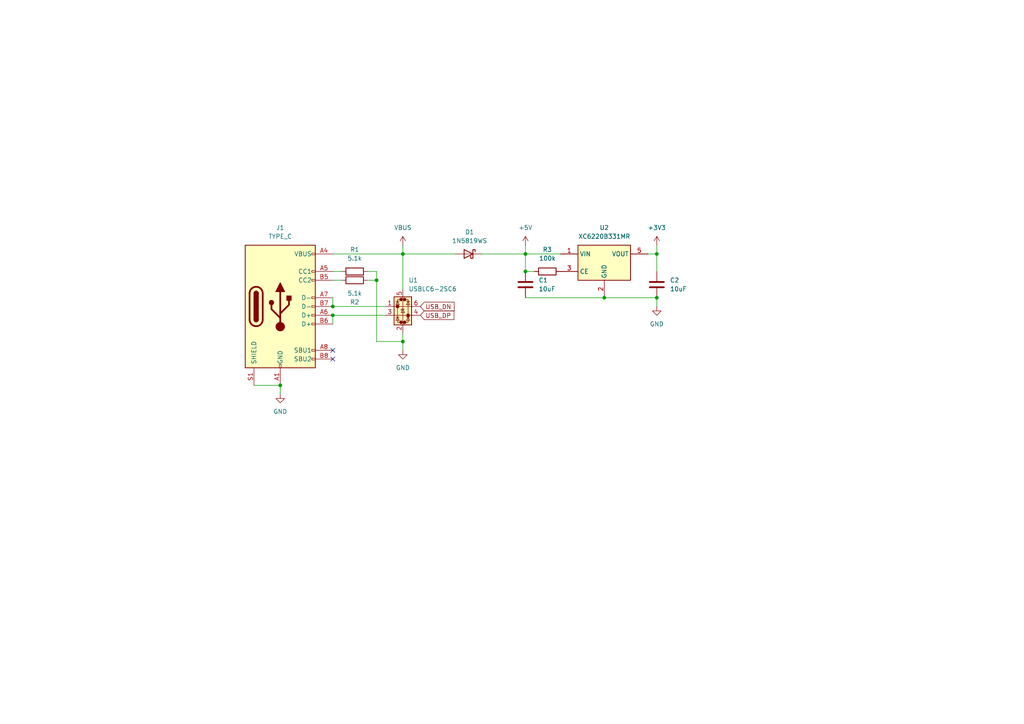
<source format=kicad_sch>
(kicad_sch (version 20231120) (generator "eeschema") (generator_version "8.0")
  (paper "A4")
  (lib_symbols
    (symbol "Connector:USB_C_Receptacle_USB2.0_16P" (pin_names (offset 1.016))
      (property "Reference" "J" (at 0 22.225 0))
      (property "Value" "USB_C_Receptacle_USB2.0_16P" (at 0 19.685 0))
      (symbol "USB_C_Receptacle_USB2.0_16P_0_0"
        (rectangle (start -0.254 -17.78) (end 0.254 -16.764))
        (rectangle (start 10.16 -14.986) (end 9.144 -15.494))
        (rectangle (start 10.16 -12.446) (end 9.144 -12.954))
        (rectangle (start 10.16 -4.826) (end 9.144 -5.334))
        (rectangle (start 10.16 -2.286) (end 9.144 -2.794))
        (rectangle (start 10.16 0.254) (end 9.144 -0.254))
        (rectangle (start 10.16 2.794) (end 9.144 2.286))
        (rectangle (start 10.16 7.874) (end 9.144 7.366))
        (rectangle (start 10.16 10.414) (end 9.144 9.906))
        (rectangle (start 10.16 15.494) (end 9.144 14.986))
      )
      (symbol "USB_C_Receptacle_USB2.0_16P_0_1"
        (rectangle (start -10.16 17.78) (end 10.16 -17.78) (stroke (width 0.254)) (fill (type background)))
        (arc (start -8.89 -3.81) (mid -6.985 -5.7067) (end -5.08 -3.81) (stroke (width 0.508)))
        (arc (start -7.62 -3.81) (mid -6.985 -4.4423) (end -6.35 -3.81) (stroke (width 0.254)))
        (arc (start -7.62 -3.81) (mid -6.985 -4.4423) (end -6.35 -3.81) (stroke (width 0.254)) (fill (type outline)))
        (rectangle (start -7.62 -3.81) (end -6.35 3.81) (stroke (width 0.254)) (fill (type outline)))
        (arc (start -6.35 3.81) (mid -6.985 4.4423) (end -7.62 3.81) (stroke (width 0.254)))
        (arc (start -6.35 3.81) (mid -6.985 4.4423) (end -7.62 3.81) (stroke (width 0.254)) (fill (type outline)))
        (arc (start -5.08 3.81) (mid -6.985 5.7067) (end -8.89 3.81) (stroke (width 0.508)))
        (circle (center -2.54 1.143) (radius 0.635) (stroke (width 0.254)) (fill (type outline)))
        (circle (center 0 -5.842) (radius 1.27) (fill (type outline)))
        (polyline (pts (xy -8.89 -3.81) (xy -8.89 3.81)) (stroke (width 0.508)))
        (polyline (pts (xy -5.08 3.81) (xy -5.08 -3.81)) (stroke (width 0.508)))
        (polyline (pts (xy 0 -5.842) (xy 0 4.318)) (stroke (width 0.508)))
        (polyline (pts (xy 0 -3.302) (xy -2.54 -0.762) (xy -2.54 0.508)) (stroke (width 0.508)))
        (polyline (pts (xy 0 -2.032) (xy 2.54 0.508) (xy 2.54 1.778)) (stroke (width 0.508)))
        (polyline (pts (xy -1.27 4.318) (xy 0 6.858) (xy 1.27 4.318) (xy -1.27 4.318)) (stroke (width 0.254)) (fill (type outline)))
        (rectangle (start 1.905 1.778) (end 3.175 3.048) (stroke (width 0.254)) (fill (type outline)))
      )
      (symbol "USB_C_Receptacle_USB2.0_16P_1_1"
        (pin passive line (at 0 -22.86 90) (length 5.08) (name "GND") (number "A1"))
        (pin passive line (at 0 -22.86 90) (length 5.08) hide (name "GND") (number "A12"))
        (pin passive line (at 15.24 15.24 180) (length 5.08) (name "VBUS") (number "A4"))
        (pin bidirectional line (at 15.24 10.16 180) (length 5.08) (name "CC1") (number "A5"))
        (pin bidirectional line (at 15.24 -2.54 180) (length 5.08) (name "D+") (number "A6"))
        (pin bidirectional line (at 15.24 2.54 180) (length 5.08) (name "D-") (number "A7"))
        (pin bidirectional line (at 15.24 -12.7 180) (length 5.08) (name "SBU1") (number "A8"))
        (pin passive line (at 15.24 15.24 180) (length 5.08) hide (name "VBUS") (number "A9"))
        (pin passive line (at 0 -22.86 90) (length 5.08) hide (name "GND") (number "B1"))
        (pin passive line (at 0 -22.86 90) (length 5.08) hide (name "GND") (number "B12"))
        (pin passive line (at 15.24 15.24 180) (length 5.08) hide (name "VBUS") (number "B4"))
        (pin bidirectional line (at 15.24 7.62 180) (length 5.08) (name "CC2") (number "B5"))
        (pin bidirectional line (at 15.24 -5.08 180) (length 5.08) (name "D+") (number "B6"))
        (pin bidirectional line (at 15.24 0 180) (length 5.08) (name "D-") (number "B7"))
        (pin bidirectional line (at 15.24 -15.24 180) (length 5.08) (name "SBU2") (number "B8"))
        (pin passive line (at 15.24 15.24 180) (length 5.08) hide (name "VBUS") (number "B9"))
        (pin passive line (at -7.62 -22.86 90) (length 5.08) (name "SHIELD") (number "S1"))
      )
    )
    (symbol "Device:C" (pin_numbers hide) (pin_names (offset 0.254))
      (property "Reference" "C" (at 0.635 2.54 0))
      (property "Value" "C" (at 0.635 -2.54 0))
      (symbol "C_0_1"
        (polyline (pts (xy -2.032 -0.762) (xy 2.032 -0.762)) (stroke (width 0.508)))
        (polyline (pts (xy -2.032 0.762) (xy 2.032 0.762)) (stroke (width 0.508)))
      )
      (symbol "C_1_1"
        (pin passive line (at 0 3.81 270) (length 2.794) (name "~") (number "1"))
        (pin passive line (at 0 -3.81 90) (length 2.794) (name "~") (number "2"))
      )
    )
    (symbol "Device:R" (pin_numbers hide) (pin_names (offset 0))
      (property "Reference" "R" (at 2.032 0 90))
      (property "Value" "R" (at 0 0 90))
      (symbol "R_0_1"
        (rectangle (start -1.016 -2.54) (end 1.016 2.54) (stroke (width 0.254)))
      )
      (symbol "R_1_1"
        (pin passive line (at 0 3.81 270) (length 1.27) (name "~") (number "1"))
        (pin passive line (at 0 -3.81 90) (length 1.27) (name "~") (number "2"))
      )
    )
    (symbol "Diode:1N5819WS" (pin_numbers hide) (pin_names (offset 1.016) hide)
      (property "Reference" "D" (at 0 2.54 0))
      (property "Value" "1N5819WS" (at 0 -2.54 0))
      (symbol "1N5819WS_0_1"
        (polyline (pts (xy 1.27 0) (xy -1.27 0)))
        (polyline (pts (xy 1.27 1.27) (xy 1.27 -1.27) (xy -1.27 0) (xy 1.27 1.27)) (stroke (width 0.254)))
        (polyline (pts (xy -1.905 0.635) (xy -1.905 1.27) (xy -1.27 1.27) (xy -1.27 -1.27) (xy -0.635 -1.27) (xy -0.635 -0.635)) (stroke (width 0.254)))
      )
      (symbol "1N5819WS_1_1"
        (pin passive line (at -3.81 0 0) (length 2.54) (name "K") (number "1"))
        (pin passive line (at 3.81 0 180) (length 2.54) (name "A") (number "2"))
      )
    )
    (symbol "Power_Protection:USBLC6-2SC6" (pin_names hide)
      (property "Reference" "U" (at 0.635 5.715 0))
      (property "Value" "USBLC6-2SC6" (at 0.635 3.81 0))
      (symbol "USBLC6-2SC6_0_0"
        (circle (center -1.524 0) (radius 0.0001) (stroke (width 0.508)))
        (circle (center -0.508 -4.572) (radius 0.0001) (stroke (width 0.508)))
        (circle (center -0.508 2.032) (radius 0.0001) (stroke (width 0.508)))
        (circle (center 0.508 -4.572) (radius 0.0001) (stroke (width 0.508)))
        (circle (center 0.508 2.032) (radius 0.0001) (stroke (width 0.508)))
        (circle (center 1.524 -2.54) (radius 0.0001) (stroke (width 0.508)))
      )
      (symbol "USBLC6-2SC6_0_1"
        (polyline (pts (xy -2.54 -2.54) (xy 2.54 -2.54)))
        (polyline (pts (xy -2.54 0) (xy 2.54 0)))
        (polyline (pts (xy -2.032 -3.048) (xy -1.016 -3.048)))
        (polyline (pts (xy -1.016 1.524) (xy -2.032 1.524)))
        (polyline (pts (xy 1.016 -3.048) (xy 2.032 -3.048)))
        (polyline (pts (xy 1.016 1.524) (xy 2.032 1.524)))
        (polyline (pts (xy -0.508 -1.143) (xy -0.508 -0.762) (xy 0.508 -0.762)))
        (polyline (pts (xy -2.032 0.508) (xy -1.016 0.508) (xy -1.524 1.524) (xy -2.032 0.508)))
        (polyline (pts (xy -1.016 -4.064) (xy -2.032 -4.064) (xy -1.524 -3.048) (xy -1.016 -4.064)))
        (polyline (pts (xy 0.508 -1.778) (xy -0.508 -1.778) (xy 0 -0.762) (xy 0.508 -1.778)))
        (polyline (pts (xy 2.032 -4.064) (xy 1.016 -4.064) (xy 1.524 -3.048) (xy 2.032 -4.064)))
        (polyline (pts (xy 2.032 0.508) (xy 1.016 0.508) (xy 1.524 1.524) (xy 2.032 0.508)))
        (polyline (pts (xy 0 2.54) (xy -0.508 2.032) (xy 0.508 2.032) (xy 0 1.524) (xy 0 -4.064) (xy -0.508 -4.572) (xy 0.508 -4.572) (xy 0 -5.08)))
      )
      (symbol "USBLC6-2SC6_1_1"
        (rectangle (start -2.54 2.794) (end 2.54 -5.334) (stroke (width 0.254)) (fill (type background)))
        (polyline (pts (xy -0.508 2.032) (xy -1.524 2.032) (xy -1.524 -4.572) (xy -0.508 -4.572)))
        (polyline (pts (xy 0.508 -4.572) (xy 1.524 -4.572) (xy 1.524 2.032) (xy 0.508 2.032)))
        (pin passive line (at -5.08 0 0) (length 2.54) (name "I/O1") (number "1"))
        (pin passive line (at 0 -7.62 90) (length 2.54) (name "GND") (number "2"))
        (pin passive line (at -5.08 -2.54 0) (length 2.54) (name "I/O2") (number "3"))
        (pin passive line (at 5.08 -2.54 180) (length 2.54) (name "I/O2") (number "4"))
        (pin passive line (at 0 5.08 270) (length 2.54) (name "VBUS") (number "5"))
        (pin passive line (at 5.08 0 180) (length 2.54) (name "I/O1") (number "6"))
      )
    )
    (symbol "Regulator_Linear:XC6220B331MR"
      (property "Reference" "U" (at 0 8.89 0))
      (property "Value" "XC6220B331MR" (at 0 6.35 0))
      (symbol "XC6220B331MR_0_1"
        (rectangle (start -7.62 5.08) (end 7.62 -5.08) (stroke (width 0.254)) (fill (type background)))
      )
      (symbol "XC6220B331MR_1_1"
        (pin power_in line (at -12.7 2.54 0) (length 5.08) (name "VIN") (number "1"))
        (pin power_in line (at 0 -10.16 90) (length 5.08) (name "GND") (number "2"))
        (pin input line (at -12.7 -2.54 0) (length 5.08) (name "CE") (number "3"))
        (pin no_connect line (at 7.62 -2.54 180) (length 5.08) hide (name "NC") (number "4"))
        (pin power_out line (at 12.7 2.54 180) (length 5.08) (name "VOUT") (number "5"))
      )
    )
    (symbol "power:+3V3" (power) (pin_numbers hide) (pin_names (offset 0) hide)
      (property "Value" "+3V3" (at 0 3.556 0))
      (symbol "+3V3_0_1"
        (polyline (pts (xy -0.762 1.27) (xy 0 2.54)))
        (polyline (pts (xy 0 0) (xy 0 2.54)))
        (polyline (pts (xy 0 2.54) (xy 0.762 1.27)))
      )
      (symbol "+3V3_1_1"
        (pin power_in line (at 0 0 90) (length 0) (name "~") (number "1"))
      )
    )
    (symbol "power:+5V" (power) (pin_numbers hide) (pin_names (offset 0) hide)
      (property "Value" "+5V" (at 0 3.556 0))
      (symbol "+5V_0_1"
        (polyline (pts (xy -0.762 1.27) (xy 0 2.54)))
        (polyline (pts (xy 0 0) (xy 0 2.54)))
        (polyline (pts (xy 0 2.54) (xy 0.762 1.27)))
      )
      (symbol "+5V_1_1"
        (pin power_in line (at 0 0 90) (length 0) (name "~") (number "1"))
      )
    )
    (symbol "power:GND" (power) (pin_numbers hide) (pin_names (offset 0) hide)
      (property "Value" "GND" (at 0 -3.81 0))
      (symbol "GND_0_1"
        (polyline (pts (xy 0 0) (xy 0 -1.27) (xy 1.27 -1.27) (xy 0 -2.54) (xy -1.27 -1.27) (xy 0 -1.27)))
      )
      (symbol "GND_1_1"
        (pin power_in line (at 0 0 270) (length 0) (name "~") (number "1"))
      )
    )
    (symbol "power:VBUS" (power) (pin_numbers hide) (pin_names (offset 0) hide)
      (property "Value" "VBUS" (at 0 3.556 0))
      (symbol "VBUS_0_1"
        (polyline (pts (xy -0.762 1.27) (xy 0 2.54)))
        (polyline (pts (xy 0 0) (xy 0 2.54)))
        (polyline (pts (xy 0 2.54) (xy 0.762 1.27)))
      )
      (symbol "VBUS_1_1"
        (pin power_in line (at 0 0 90) (length 0) (name "~") (number "1"))
      )
    )
  )
  (junction (at 96.52 91.44))
  (junction (at 116.84 73.66))
  (junction (at 81.28 111.76))
  (junction (at 116.84 99.06))
  (junction (at 109.22 81.28))
  (junction (at 190.5 86.36))
  (junction (at 175.26 86.36))
  (junction (at 152.4 78.74))
  (junction (at 96.52 88.9))
  (junction (at 152.4 73.66))
  (junction (at 190.5 73.66))
  (no_connect (at 96.52 101.6))
  (no_connect (at 96.52 104.14))
  (wire (pts (xy 116.84 96.52) (xy 116.84 99.06)))
  (wire (pts (xy 190.5 71.12) (xy 190.5 73.66)))
  (wire (pts (xy 73.66 111.76) (xy 81.28 111.76)))
  (wire (pts (xy 109.22 99.06) (xy 116.84 99.06)))
  (wire (pts (xy 99.06 78.74) (xy 96.52 78.74)))
  (wire (pts (xy 152.4 86.36) (xy 175.26 86.36)))
  (wire (pts (xy 116.84 101.6) (xy 116.84 99.06)))
  (wire (pts (xy 116.84 73.66) (xy 96.52 73.66)))
  (wire (pts (xy 190.5 73.66) (xy 190.5 78.74)))
  (wire (pts (xy 116.84 71.12) (xy 116.84 73.66)))
  (wire (pts (xy 152.4 73.66) (xy 162.56 73.66)))
  (wire (pts (xy 190.5 88.9) (xy 190.5 86.36)))
  (wire (pts (xy 111.76 88.9) (xy 96.52 88.9)))
  (wire (pts (xy 109.22 78.74) (xy 109.22 81.28)))
  (wire (pts (xy 96.52 88.9) (xy 96.52 86.36)))
  (wire (pts (xy 106.68 78.74) (xy 109.22 78.74)))
  (wire (pts (xy 152.4 73.66) (xy 152.4 78.74)))
  (wire (pts (xy 106.68 81.28) (xy 109.22 81.28)))
  (wire (pts (xy 190.5 73.66) (xy 187.96 73.66)))
  (wire (pts (xy 116.84 83.82) (xy 116.84 73.66)))
  (wire (pts (xy 96.52 93.98) (xy 96.52 91.44)))
  (wire (pts (xy 96.52 81.28) (xy 99.06 81.28)))
  (wire (pts (xy 175.26 86.36) (xy 190.5 86.36)))
  (wire (pts (xy 154.94 78.74) (xy 152.4 78.74)))
  (wire (pts (xy 81.28 114.3) (xy 81.28 111.76)))
  (wire (pts (xy 109.22 81.28) (xy 109.22 99.06)))
  (wire (pts (xy 96.52 91.44) (xy 111.76 91.44)))
  (wire (pts (xy 116.84 73.66) (xy 132.08 73.66)))
  (wire (pts (xy 152.4 71.12) (xy 152.4 73.66)))
  (wire (pts (xy 139.7 73.66) (xy 152.4 73.66)))
  (global_label "USB_DP" (shape input) (at 121.92 91.44 0) (property "Intersheetrefs" "${INTERSHEET_REFS}" (effects (hide yes))))
  (global_label "USB_DN" (shape input) (at 121.92 88.9 0) (property "Intersheetrefs" "${INTERSHEET_REFS}" (effects (hide yes))))
  (symbol (lib_id "Device:C") (at 152.4 82.55 0) (unit 1)
    (property "Reference" "C1" (at 156.21 81.2799 0) (effects (justify left)))
    (property "Value" "10uF" (at 156.21 83.8199 0) (effects (justify left)))
    (property "Footprint" "Capacitor_SMD:C_0603_1608Metric" (effects (hide yes)))
    (property "Description" "Unpolarized capacitor" (effects (hide yes)))
  )
  (symbol (lib_id "power:GND") (at 116.84 101.6 0) (unit 1)
    (property "Reference" "#PWR01" (effects (hide yes)))
    (property "Value" "GND" (at 116.84 106.68 0))
    (property "Description" "Power symbol creates a global label with name \"GND\" , ground" (effects (hide yes)))
  )
  (symbol (lib_id "Power_Protection:USBLC6-2SC6") (at 116.84 88.9 0) (unit 1)
    (property "Reference" "U1" (at 118.4911 81.28 0) (effects (justify left)))
    (property "Value" "USBLC6-2SC6" (at 118.4911 83.82 0) (effects (justify left)))
    (property "Footprint" "Package_TO_SOT_SMD:SOT-23-6" (effects (hide yes)))
    (property "Datasheet" "https://www.st.com/resource/en/datasheet/usblc6-2.pdf" (effects (hide yes)))
    (property "Description" "Very low capacitance ESD protection diode, 2 data-line, SOT-23-6" (effects (hide yes)))
  )
  (symbol (lib_id "power:+5V") (at 152.4 71.12 0) (unit 1)
    (property "Reference" "#PWR04" (effects (hide yes)))
    (property "Value" "+5V" (at 152.4 66.04 0))
    (property "Description" "Power symbol creates a global label with name \"+5V\"" (effects (hide yes)))
  )
  (symbol (lib_id "power:+3V3") (at 190.5 71.12 0) (unit 1)
    (property "Reference" "#PWR06" (effects (hide yes)))
    (property "Value" "+3V3" (at 190.5 66.04 0))
    (property "Description" "Power symbol creates a global label with name \"+3V3\"" (effects (hide yes)))
  )
  (symbol (lib_id "power:VBUS") (at 116.84 71.12 0) (unit 1)
    (property "Reference" "#PWR02" (effects (hide yes)))
    (property "Value" "VBUS" (at 116.84 66.04 0))
    (property "Description" "Power symbol creates a global label with name \"VBUS\"" (effects (hide yes)))
  )
  (symbol (lib_id "Device:C") (at 190.5 82.55 0) (unit 1)
    (property "Reference" "C2" (at 194.31 81.2799 0) (effects (justify left)))
    (property "Value" "10uF" (at 194.31 83.8199 0) (effects (justify left)))
    (property "Footprint" "Capacitor_SMD:C_0603_1608Metric" (effects (hide yes)))
    (property "Description" "Unpolarized capacitor" (effects (hide yes)))
  )
  (symbol (lib_id "Connector:USB_C_Receptacle_USB2.0_16P") (at 81.28 88.9 0) (unit 1)
    (property "Reference" "J1" (at 81.28 66.04 0))
    (property "Value" "TYPE_C" (at 81.28 68.58 0))
    (property "Footprint" "Connector_USB:USB_C_Receptacle_Palconn_UTC16-G" (effects (hide yes)))
    (property "Datasheet" "https://www.usb.org/sites/default/files/documents/usb_type-c.zip" (effects (hide yes)))
    (property "Description" "USB 2.0-only 16P Type-C Receptacle connector" (effects (hide yes)))
  )
  (symbol (lib_id "power:GND") (at 190.5 88.9 0) (unit 1)
    (property "Reference" "#PWR05" (effects (hide yes)))
    (property "Value" "GND" (at 190.5 93.98 0))
    (property "Description" "Power symbol creates a global label with name \"GND\" , ground" (effects (hide yes)))
  )
  (symbol (lib_id "Diode:1N5819WS") (at 135.89 73.66 0) (mirror y) (unit 1)
    (property "Reference" "D1" (at 136.2075 67.31 0))
    (property "Value" "1N5819WS" (at 136.2075 69.85 0))
    (property "Footprint" "Diode_SMD:D_SOD-323" (effects (hide yes)))
    (property "Datasheet" "https://datasheet.lcsc.com/lcsc/2204281430_Guangdong-Hottech-1N5819WS_C191023.pdf" (effects (hide yes)))
    (property "Description" "40V 600mV@1A 1A SOD-323 Schottky Barrier Diodes, SOD-323" (effects (hide yes)))
  )
  (symbol (lib_id "Device:R") (at 102.87 81.28 270) (unit 1)
    (property "Reference" "R2" (at 102.87 87.63 90))
    (property "Value" "5.1k" (at 102.87 85.09 90))
    (property "Footprint" "Resistor_SMD:R_0603_1608Metric" (effects (hide yes)))
    (property "Description" "Resistor" (effects (hide yes)))
  )
  (symbol (lib_id "Device:R") (at 102.87 78.74 90) (unit 1)
    (property "Reference" "R1" (at 102.87 72.39 90))
    (property "Value" "5.1k" (at 102.87 74.93 90))
    (property "Footprint" "Resistor_SMD:R_0603_1608Metric" (effects (hide yes)))
    (property "Description" "Resistor" (effects (hide yes)))
  )
  (symbol (lib_id "power:GND") (at 81.28 114.3 0) (unit 1)
    (property "Reference" "#PWR03" (effects (hide yes)))
    (property "Value" "GND" (at 81.28 119.38 0))
    (property "Description" "Power symbol creates a global label with name \"GND\" , ground" (effects (hide yes)))
  )
  (symbol (lib_id "Device:R") (at 158.75 78.74 90) (unit 1)
    (property "Reference" "R3" (at 158.75 72.39 90))
    (property "Value" "100k" (at 158.75 74.93 90))
    (property "Footprint" "Resistor_SMD:R_0603_1608Metric" (effects (hide yes)))
    (property "Description" "Resistor" (effects (hide yes)))
  )
  (symbol (lib_id "Regulator_Linear:XC6220B331MR") (at 175.26 76.2 0) (unit 1)
    (property "Reference" "U2" (at 175.26 66.04 0))
    (property "Value" "XC6220B331MR" (at 175.26 68.58 0))
    (property "Footprint" "Package_TO_SOT_SMD:SOT-23-5" (effects (hide yes)))
    (property "Datasheet" "https://www.torexsemi.com/file/xc6220/XC6220.pdf" (effects (hide yes)))
    (property "Description" "1A, Low Drop-out Voltage Regulator, Fixed Output 3.3V, SOT-23-5" (effects (hide yes)))
  )
)
</source>
